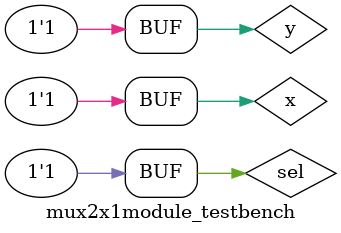
<source format=v>

`timescale 1ns/1ps

module mux2x1module_testbench();
reg x,y,sel;
wire result;

mux2x1module dut(.a(x), .b(y), .sel(sel), .result(result));
initial begin
		x =1'b0; y=1'b0; sel=1'b0;
		#0.1;
		x =1'b0; y=1'b0; sel=1'b1;
		#0.1;
		x =1'b0; y=1'b1; sel=1'b0;
		#0.1; 
		x =1'b0; y=1'b1; sel=1'b1;
		#0.1;
		x =1'b1; y=1'b0; sel=1'b0;
		#0.1;
		x =1'b1; y=1'b0; sel=1'b1;
		#0.1;
		x =1'b1; y=1'b1; sel=1'b0;
		#0.1;
		x =1'b1; y=1'b1; sel=1'b1;		
		#0.1;
	end
	
initial
	begin
		$monitor("Simulation Time = %g, x =%b, y =%b, sel = %b, result = %b", $time,x,y,sel,result);
	end
endmodule
</source>
